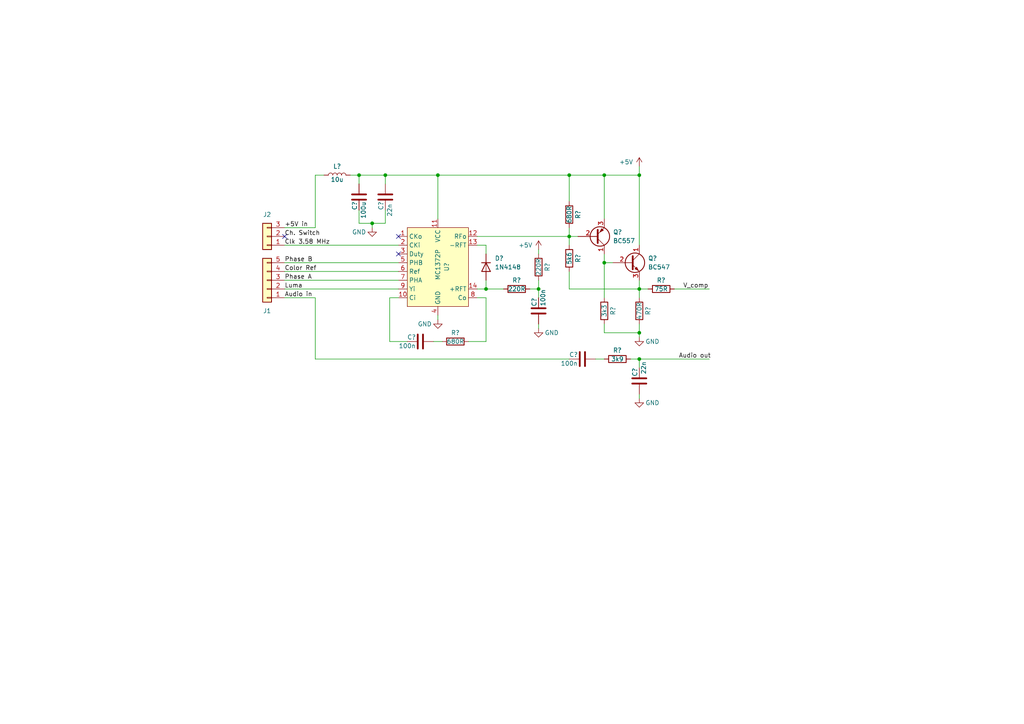
<source format=kicad_sch>
(kicad_sch (version 20211123) (generator eeschema)
  (paper "A4")
  (lib_symbols
    (symbol "Connector_Generic:Conn_01x03" (pin_names (offset 1.016) hide)
      (property "Reference" "J" (at 0 5.08 0))
      (property "Value" "Conn_01x03" (at 0 -5.08 0))
      (symbol "Conn_01x03_1_1"
        (rectangle (start -1.27 -2.413) (end 0 -2.667) (stroke (width 0.1524)))
        (rectangle (start -1.27 0.127) (end 0 -0.127) (stroke (width 0.1524)))
        (rectangle (start -1.27 2.667) (end 0 2.413) (stroke (width 0.1524)))
        (rectangle (start -1.27 3.81) (end 1.27 -3.81) (stroke (width 0.254)) (fill (type background)))
        (pin passive line (at -5.08 2.54 0) (length 3.81) (name "Pin_1") (number "1"))
        (pin passive line (at -5.08 0 0) (length 3.81) (name "Pin_2") (number "2"))
        (pin passive line (at -5.08 -2.54 0) (length 3.81) (name "Pin_3") (number "3"))
      )
    )
    (symbol "Connector_Generic:Conn_01x05" (pin_names (offset 1.016) hide)
      (property "Reference" "J" (at 0 7.62 0))
      (property "Value" "Conn_01x05" (at 0 -7.62 0))
      (symbol "Conn_01x05_1_1"
        (rectangle (start -1.27 -4.953) (end 0 -5.207) (stroke (width 0.1524)))
        (rectangle (start -1.27 -2.413) (end 0 -2.667) (stroke (width 0.1524)))
        (rectangle (start -1.27 0.127) (end 0 -0.127) (stroke (width 0.1524)))
        (rectangle (start -1.27 2.667) (end 0 2.413) (stroke (width 0.1524)))
        (rectangle (start -1.27 5.207) (end 0 4.953) (stroke (width 0.1524)))
        (rectangle (start -1.27 6.35) (end 1.27 -6.35) (stroke (width 0.254)) (fill (type background)))
        (pin passive line (at -5.08 5.08 0) (length 3.81) (name "Pin_1") (number "1"))
        (pin passive line (at -5.08 2.54 0) (length 3.81) (name "Pin_2") (number "2"))
        (pin passive line (at -5.08 0 0) (length 3.81) (name "Pin_3") (number "3"))
        (pin passive line (at -5.08 -2.54 0) (length 3.81) (name "Pin_4") (number "4"))
        (pin passive line (at -5.08 -5.08 0) (length 3.81) (name "Pin_5") (number "5"))
      )
    )
    (symbol "Device:C" (pin_numbers hide) (pin_names (offset 0.254))
      (property "Reference" "C" (at 0.635 2.54 0))
      (property "Value" "C" (at 0.635 -2.54 0))
      (symbol "C_0_1"
        (polyline (pts (xy -2.032 -0.762) (xy 2.032 -0.762)) (stroke (width 0.508)))
        (polyline (pts (xy -2.032 0.762) (xy 2.032 0.762)) (stroke (width 0.508)))
      )
      (symbol "C_1_1"
        (pin passive line (at 0 3.81 270) (length 2.794) (name "~") (number "1"))
        (pin passive line (at 0 -3.81 90) (length 2.794) (name "~") (number "2"))
      )
    )
    (symbol "Device:D" (pin_numbers hide) (pin_names (offset 1.016) hide)
      (property "Reference" "D" (at 0 2.54 0))
      (property "Value" "D" (at 0 -2.54 0))
      (symbol "D_0_1"
        (polyline (pts (xy -1.27 1.27) (xy -1.27 -1.27)) (stroke (width 0.254)))
        (polyline (pts (xy 1.27 0) (xy -1.27 0)))
        (polyline (pts (xy 1.27 1.27) (xy 1.27 -1.27) (xy -1.27 0) (xy 1.27 1.27)) (stroke (width 0.254)))
      )
      (symbol "D_1_1"
        (pin passive line (at -3.81 0 0) (length 2.54) (name "K") (number "1"))
        (pin passive line (at 3.81 0 180) (length 2.54) (name "A") (number "2"))
      )
    )
    (symbol "Device:L" (pin_numbers hide) (pin_names (offset 1.016) hide)
      (property "Reference" "L" (at -1.27 0 90))
      (property "Value" "L" (at 1.905 0 90))
      (symbol "L_0_1"
        (arc (start 0 -2.54) (mid 0.635 -1.905) (end 0 -1.27))
        (arc (start 0 -1.27) (mid 0.635 -0.635) (end 0 0))
        (arc (start 0 0) (mid 0.635 0.635) (end 0 1.27))
        (arc (start 0 1.27) (mid 0.635 1.905) (end 0 2.54))
      )
      (symbol "L_1_1"
        (pin passive line (at 0 3.81 270) (length 1.27) (name "1") (number "1"))
        (pin passive line (at 0 -3.81 90) (length 1.27) (name "2") (number "2"))
      )
    )
    (symbol "Device:R" (pin_numbers hide) (pin_names (offset 0))
      (property "Reference" "R" (at 2.032 0 90))
      (property "Value" "R" (at 0 0 90))
      (symbol "R_0_1"
        (rectangle (start -1.016 -2.54) (end 1.016 2.54) (stroke (width 0.254)))
      )
      (symbol "R_1_1"
        (pin passive line (at 0 3.81 270) (length 1.27) (name "~") (number "1"))
        (pin passive line (at 0 -3.81 90) (length 1.27) (name "~") (number "2"))
      )
    )
    (symbol "TRS-80:MC1372P"
      (property "Reference" "U" (at 2.54 0 90))
      (property "Value" "MC1372P" (at 0 0 90))
      (symbol "MC1372P_0_1"
        (rectangle (start -8.89 11.43) (end 8.89 -11.43) (fill (type background)))
      )
      (symbol "MC1372P_1_1"
        (pin output line (at -11.43 8.89 0) (length 2.54) (name "CKo") (number "1"))
        (pin input line (at -11.43 -8.89 0) (length 2.54) (name "Ci") (number "10"))
        (pin power_in line (at 0 13.97 270) (length 2.54) (name "VCC") (number "11"))
        (pin output line (at 11.43 8.89 180) (length 2.54) (name "RFo") (number "12"))
        (pin bidirectional line (at 11.43 6.35 180) (length 2.54) (name "-RFT") (number "13"))
        (pin bidirectional line (at 11.43 -6.35 180) (length 2.54) (name "+RFT") (number "14"))
        (pin input line (at -11.43 6.35 0) (length 2.54) (name "CKi") (number "2"))
        (pin input line (at -11.43 3.81 0) (length 2.54) (name "Duty") (number "3"))
        (pin power_in line (at 0 -13.97 90) (length 2.54) (name "GND") (number "4"))
        (pin input line (at -11.43 1.27 0) (length 2.54) (name "PHB") (number "5"))
        (pin input line (at -11.43 -1.27 0) (length 2.54) (name "Ref") (number "6"))
        (pin input line (at -11.43 -3.81 0) (length 2.54) (name "PHA") (number "7"))
        (pin output line (at 11.43 -8.89 180) (length 2.54) (name "Co") (number "8"))
        (pin input line (at -11.43 -6.35 0) (length 2.54) (name "Yi") (number "9"))
      )
    )
    (symbol "Transistor_BJT:BC547" (pin_names (offset 0) hide)
      (property "Reference" "Q" (at 5.08 1.905 0))
      (property "Value" "BC547" (at 5.08 0 0))
      (symbol "BC547_0_1"
        (polyline (pts (xy 0 0) (xy 0.635 0)))
        (polyline (pts (xy 0.635 0.635) (xy 2.54 2.54)))
        (polyline (pts (xy 0.635 -0.635) (xy 2.54 -2.54) (xy 2.54 -2.54)))
        (polyline (pts (xy 0.635 1.905) (xy 0.635 -1.905) (xy 0.635 -1.905)) (stroke (width 0.508)))
        (polyline (pts (xy 1.27 -1.778) (xy 1.778 -1.27) (xy 2.286 -2.286) (xy 1.27 -1.778) (xy 1.27 -1.778)) (fill (type outline)))
        (circle (center 1.27 0) (radius 2.8194) (stroke (width 0.254)))
      )
      (symbol "BC547_1_1"
        (pin passive line (at 2.54 5.08 270) (length 2.54) (name "C") (number "1"))
        (pin input line (at -5.08 0 0) (length 5.08) (name "B") (number "2"))
        (pin passive line (at 2.54 -5.08 90) (length 2.54) (name "E") (number "3"))
      )
    )
    (symbol "Transistor_BJT:BC557" (pin_names (offset 0) hide)
      (property "Reference" "Q" (at 5.08 1.905 0))
      (property "Value" "BC557" (at 5.08 0 0))
      (symbol "BC557_0_1"
        (polyline (pts (xy 0.635 0.635) (xy 2.54 2.54)))
        (polyline (pts (xy 0.635 -0.635) (xy 2.54 -2.54) (xy 2.54 -2.54)))
        (polyline (pts (xy 0.635 1.905) (xy 0.635 -1.905) (xy 0.635 -1.905)) (stroke (width 0.508)))
        (polyline (pts (xy 2.286 -1.778) (xy 1.778 -2.286) (xy 1.27 -1.27) (xy 2.286 -1.778) (xy 2.286 -1.778)) (fill (type outline)))
        (circle (center 1.27 0) (radius 2.8194) (stroke (width 0.254)))
      )
      (symbol "BC557_1_1"
        (pin passive line (at 2.54 5.08 270) (length 2.54) (name "C") (number "1"))
        (pin input line (at -5.08 0 0) (length 5.715) (name "B") (number "2"))
        (pin passive line (at 2.54 -5.08 90) (length 2.54) (name "E") (number "3"))
      )
    )
    (symbol "power:+5V" (power) (pin_names (offset 0))
      (property "Value" "+5V" (at 0 3.556 0))
      (symbol "+5V_0_1"
        (polyline (pts (xy -0.762 1.27) (xy 0 2.54)))
        (polyline (pts (xy 0 0) (xy 0 2.54)))
        (polyline (pts (xy 0 2.54) (xy 0.762 1.27)))
      )
      (symbol "+5V_1_1"
        (pin power_in line (at 0 0 90) (length 0) hide (name "+5V") (number "1"))
      )
    )
    (symbol "power:GND" (power) (pin_names (offset 0))
      (property "Value" "GND" (at 0 -3.81 0))
      (symbol "GND_0_1"
        (polyline (pts (xy 0 0) (xy 0 -1.27) (xy 1.27 -1.27) (xy 0 -2.54) (xy -1.27 -1.27) (xy 0 -1.27)))
      )
      (symbol "GND_1_1"
        (pin power_in line (at 0 0 270) (length 0) hide (name "GND") (number "1"))
      )
    )
  )
  (junction (at 104.14 50.8))
  (junction (at 185.42 96.52))
  (junction (at 107.95 64.77))
  (junction (at 185.42 50.8))
  (junction (at 156.21 83.82))
  (junction (at 185.42 83.82))
  (junction (at 175.26 76.2))
  (junction (at 165.1 50.8))
  (junction (at 175.26 50.8))
  (junction (at 165.1 68.58))
  (junction (at 185.42 104.14))
  (junction (at 127 50.8))
  (junction (at 140.97 83.82))
  (junction (at 111.76 50.8))
  (no_connect (at 115.57 73.66))
  (no_connect (at 115.57 68.58))
  (no_connect (at 82.55 68.58))
  (wire (pts (xy 185.42 71.12) (xy 185.42 50.8)))
  (wire (pts (xy 165.1 66.04) (xy 165.1 68.58)))
  (wire (pts (xy 175.26 96.52) (xy 185.42 96.52)))
  (wire (pts (xy 104.14 50.8) (xy 104.14 53.34)))
  (wire (pts (xy 185.42 48.26) (xy 185.42 50.8)))
  (wire (pts (xy 138.43 68.58) (xy 165.1 68.58)))
  (wire (pts (xy 138.43 83.82) (xy 140.97 83.82)))
  (wire (pts (xy 156.21 83.82) (xy 153.67 83.82)))
  (wire (pts (xy 165.1 68.58) (xy 165.1 71.12)))
  (wire (pts (xy 140.97 71.12) (xy 138.43 71.12)))
  (wire (pts (xy 156.21 93.98) (xy 156.21 95.25)))
  (wire (pts (xy 107.95 64.77) (xy 107.95 66.04)))
  (wire (pts (xy 185.42 93.98) (xy 185.42 96.52)))
  (wire (pts (xy 140.97 83.82) (xy 140.97 81.28)))
  (wire (pts (xy 113.03 99.06) (xy 113.03 86.36)))
  (wire (pts (xy 127 63.5) (xy 127 50.8)))
  (wire (pts (xy 118.11 99.06) (xy 113.03 99.06)))
  (wire (pts (xy 185.42 104.14) (xy 205.74 104.14)))
  (wire (pts (xy 156.21 81.28) (xy 156.21 83.82)))
  (wire (pts (xy 127 50.8) (xy 165.1 50.8)))
  (wire (pts (xy 165.1 58.42) (xy 165.1 50.8)))
  (wire (pts (xy 185.42 83.82) (xy 165.1 83.82)))
  (wire (pts (xy 111.76 50.8) (xy 111.76 53.34)))
  (wire (pts (xy 165.1 68.58) (xy 167.64 68.58)))
  (wire (pts (xy 104.14 50.8) (xy 111.76 50.8)))
  (wire (pts (xy 127 91.44) (xy 127 92.71)))
  (wire (pts (xy 101.6 50.8) (xy 104.14 50.8)))
  (wire (pts (xy 165.1 83.82) (xy 165.1 78.74)))
  (wire (pts (xy 82.55 83.82) (xy 115.57 83.82)))
  (wire (pts (xy 185.42 96.52) (xy 185.42 97.79)))
  (wire (pts (xy 140.97 73.66) (xy 140.97 71.12)))
  (wire (pts (xy 113.03 86.36) (xy 115.57 86.36)))
  (wire (pts (xy 127 50.8) (xy 111.76 50.8)))
  (wire (pts (xy 138.43 86.36) (xy 140.97 86.36)))
  (wire (pts (xy 185.42 114.3) (xy 185.42 115.57)))
  (wire (pts (xy 185.42 106.68) (xy 185.42 104.14)))
  (wire (pts (xy 104.14 60.96) (xy 104.14 64.77)))
  (wire (pts (xy 82.55 78.74) (xy 115.57 78.74)))
  (wire (pts (xy 177.8 76.2) (xy 175.26 76.2)))
  (wire (pts (xy 175.26 63.5) (xy 175.26 50.8)))
  (wire (pts (xy 91.44 86.36) (xy 91.44 104.14)))
  (wire (pts (xy 156.21 72.39) (xy 156.21 73.66)))
  (wire (pts (xy 175.26 76.2) (xy 175.26 73.66)))
  (wire (pts (xy 91.44 50.8) (xy 91.44 66.04)))
  (wire (pts (xy 82.55 81.28) (xy 115.57 81.28)))
  (wire (pts (xy 82.55 76.2) (xy 115.57 76.2)))
  (wire (pts (xy 175.26 50.8) (xy 165.1 50.8)))
  (wire (pts (xy 175.26 93.98) (xy 175.26 96.52)))
  (wire (pts (xy 111.76 64.77) (xy 111.76 60.96)))
  (wire (pts (xy 91.44 104.14) (xy 165.1 104.14)))
  (wire (pts (xy 185.42 50.8) (xy 175.26 50.8)))
  (wire (pts (xy 93.98 50.8) (xy 91.44 50.8)))
  (wire (pts (xy 172.72 104.14) (xy 175.26 104.14)))
  (wire (pts (xy 140.97 83.82) (xy 146.05 83.82)))
  (wire (pts (xy 175.26 76.2) (xy 175.26 86.36)))
  (wire (pts (xy 91.44 66.04) (xy 82.55 66.04)))
  (wire (pts (xy 185.42 83.82) (xy 185.42 86.36)))
  (wire (pts (xy 135.89 99.06) (xy 140.97 99.06)))
  (wire (pts (xy 195.58 83.82) (xy 205.74 83.82)))
  (wire (pts (xy 104.14 64.77) (xy 107.95 64.77)))
  (wire (pts (xy 185.42 83.82) (xy 187.96 83.82)))
  (wire (pts (xy 82.55 71.12) (xy 115.57 71.12)))
  (wire (pts (xy 185.42 81.28) (xy 185.42 83.82)))
  (wire (pts (xy 156.21 86.36) (xy 156.21 83.82)))
  (wire (pts (xy 107.95 64.77) (xy 111.76 64.77)))
  (wire (pts (xy 140.97 99.06) (xy 140.97 86.36)))
  (wire (pts (xy 125.73 99.06) (xy 128.27 99.06)))
  (wire (pts (xy 82.55 86.36) (xy 91.44 86.36)))
  (wire (pts (xy 185.42 104.14) (xy 182.88 104.14)))
  (label "Color Ref" (at 82.55 78.74 0))
  (label "+5V in" (at 82.55 66.04 0))
  (label "Phase A" (at 82.55 81.28 0))
  (label "Audio in" (at 82.55 86.36 0))
  (label "Phase B" (at 82.55 76.2 0))
  (label "Audio out" (at 196.85 104.14 0))
  (label "Ch. Switch" (at 82.55 68.58 0))
  (label "V_comp" (at 198.12 83.82 0))
  (label "Luma" (at 82.55 83.82 0))
  (label "Clk 3.58 MHz" (at 82.55 71.12 0))
  (symbol (lib_id "Device:C") (at 185.42 110.49 0) (mirror x) (unit 1)
    (property "Reference" "C?" (at 184.15 107.95 90))
    (property "Value" "22n" (at 186.69 106.68 90))
  )
  (symbol (lib_id "Device:R") (at 132.08 99.06 90) (unit 1)
    (property "Reference" "R?" (at 132.08 96.52 90))
    (property "Value" "680R" (at 132.08 99.06 90))
  )
  (symbol (lib_id "power:GND") (at 107.95 66.04 0) (unit 1)
    (property "Reference" "#PWR?" (effects hide))
    (property "Value" "GND" (at 104.14 67.31 0))
  )
  (symbol (lib_id "power:+5V") (at 185.42 48.26 0) (unit 1)
    (property "Reference" "#PWR?" (effects hide))
    (property "Value" "+5V" (at 181.61 46.99 0))
  )
  (symbol (lib_id "Device:D") (at 140.97 77.47 270) (unit 1)
    (property "Reference" "D?" (at 143.51 74.93 90) (effects (justify left)))
    (property "Value" "1N4148" (at 143.51 77.47 90) (effects (justify left)))
  )
  (symbol (lib_id "Device:C") (at 121.92 99.06 270) (unit 1)
    (property "Reference" "C?" (at 119.38 97.79 90))
    (property "Value" "100n" (at 118.11 100.33 90))
  )
  (symbol (lib_id "Connector_Generic:Conn_01x05") (at 77.47 81.28 180) (unit 1)
    (property "Reference" "J1" (at 77.47 90.17 0))
    (property "Value" "Conn_01x05" (effects hide))
  )
  (symbol (lib_id "Device:R") (at 156.21 77.47 0) (mirror x) (unit 1)
    (property "Reference" "R?" (at 158.75 77.47 90))
    (property "Value" "220R" (at 156.21 77.47 90))
  )
  (symbol (lib_id "power:GND") (at 127 92.71 0) (unit 1)
    (property "Reference" "#PWR?" (effects hide))
    (property "Value" "GND" (at 123.19 93.98 0))
  )
  (symbol (lib_id "Device:C") (at 111.76 57.15 0) (unit 1)
    (property "Reference" "C?" (at 110.49 59.69 90))
    (property "Value" "22n" (at 113.03 60.96 90))
  )
  (symbol (lib_id "Connector_Generic:Conn_01x03") (at 77.47 68.58 180) (unit 1)
    (property "Reference" "J2" (at 77.47 62.23 0))
    (property "Value" "Conn_01x03" (effects hide))
  )
  (symbol (lib_id "Transistor_BJT:BC547") (at 182.88 76.2 0) (unit 1)
    (property "Reference" "Q?" (at 187.96 74.9299 0) (effects (justify left)))
    (property "Value" "BC547" (at 187.96 77.4699 0) (effects (justify left)))
    (property "Footprint" "Package_TO_SOT_THT:TO-92_Inline" (effects hide))
    (property "Datasheet" "https://www.onsemi.com/pub/Collateral/BC550-D.pdf" (effects hide))
  )
  (symbol (lib_id "TRS-80:MC1372P") (at 127 77.47 0) (unit 1)
    (property "Reference" "U?" (at 129.54 78.74 90) (effects (justify left)))
    (property "Value" "MC1372P" (at 127 81.28 90) (effects (justify left)))
  )
  (symbol (lib_id "Device:C") (at 156.21 90.17 0) (mirror x) (unit 1)
    (property "Reference" "C?" (at 154.94 87.63 90))
    (property "Value" "100n" (at 157.48 86.36 90))
  )
  (symbol (lib_id "Device:L") (at 97.79 50.8 90) (unit 1)
    (property "Reference" "L?" (at 97.79 48.26 90))
    (property "Value" "10u" (at 97.79 52.07 90))
  )
  (symbol (lib_id "Device:R") (at 165.1 74.93 0) (mirror x) (unit 1)
    (property "Reference" "R?" (at 167.64 74.93 90))
    (property "Value" "5k6" (at 165.1 74.93 90))
  )
  (symbol (lib_id "Device:R") (at 175.26 90.17 0) (mirror x) (unit 1)
    (property "Reference" "R?" (at 177.8 90.17 90))
    (property "Value" "3k3" (at 175.26 90.17 90))
  )
  (symbol (lib_id "Device:R") (at 185.42 90.17 0) (mirror x) (unit 1)
    (property "Reference" "R?" (at 187.96 90.17 90))
    (property "Value" "470R" (at 185.42 90.17 90))
  )
  (symbol (lib_id "Device:R") (at 191.77 83.82 90) (unit 1)
    (property "Reference" "R?" (at 191.77 81.28 90))
    (property "Value" "75R" (at 191.77 83.82 90))
  )
  (symbol (lib_id "Device:C") (at 168.91 104.14 270) (unit 1)
    (property "Reference" "C?" (at 166.37 102.87 90))
    (property "Value" "100n" (at 165.1 105.41 90))
  )
  (symbol (lib_id "power:GND") (at 185.42 97.79 0) (unit 1)
    (property "Reference" "#PWR?" (effects hide))
    (property "Value" "GND" (at 189.23 99.06 0))
  )
  (symbol (lib_id "power:+5V") (at 156.21 72.39 0) (unit 1)
    (property "Reference" "#PWR?" (effects hide))
    (property "Value" "+5V" (at 152.4 71.12 0))
  )
  (symbol (lib_id "Device:R") (at 149.86 83.82 90) (unit 1)
    (property "Reference" "R?" (at 149.86 81.28 90))
    (property "Value" "220R" (at 149.86 83.82 90))
  )
  (symbol (lib_id "Device:R") (at 165.1 62.23 0) (mirror x) (unit 1)
    (property "Reference" "R?" (at 167.64 62.23 90))
    (property "Value" "680R" (at 165.1 62.23 90))
  )
  (symbol (lib_id "power:GND") (at 185.42 115.57 0) (unit 1)
    (property "Reference" "#PWR?" (effects hide))
    (property "Value" "GND" (at 189.23 116.84 0))
  )
  (symbol (lib_id "Device:C") (at 104.14 57.15 0) (unit 1)
    (property "Reference" "C?" (at 102.87 59.69 90))
    (property "Value" "100u" (at 105.41 60.96 90))
  )
  (symbol (lib_id "Transistor_BJT:BC557") (at 172.72 68.58 0) (mirror x) (unit 1)
    (property "Reference" "Q?" (at 177.8 67.3099 0) (effects (justify left)))
    (property "Value" "BC557" (at 177.8 69.8499 0) (effects (justify left)))
    (property "Footprint" "Package_TO_SOT_THT:TO-92_Inline" (effects hide))
    (property "Datasheet" "https://www.onsemi.com/pub/Collateral/BC556BTA-D.pdf" (effects hide))
  )
  (symbol (lib_id "power:GND") (at 156.21 95.25 0) (unit 1)
    (property "Reference" "#PWR?" (effects hide))
    (property "Value" "GND" (at 160.02 96.52 0))
  )
  (symbol (lib_id "Device:R") (at 179.07 104.14 90) (unit 1)
    (property "Reference" "R?" (at 179.07 101.6 90))
    (property "Value" "3k9" (at 179.07 104.14 90))
  )
)
</source>
